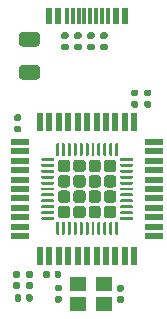
<source format=gbr>
G04 #@! TF.GenerationSoftware,KiCad,Pcbnew,(5.1.7)-1*
G04 #@! TF.CreationDate,2021-03-17T14:13:31-05:00*
G04 #@! TF.ProjectId,keyboard,6b657962-6f61-4726-942e-6b696361645f,rev?*
G04 #@! TF.SameCoordinates,Original*
G04 #@! TF.FileFunction,Paste,Top*
G04 #@! TF.FilePolarity,Positive*
%FSLAX46Y46*%
G04 Gerber Fmt 4.6, Leading zero omitted, Abs format (unit mm)*
G04 Created by KiCad (PCBNEW (5.1.7)-1) date 2021-03-17 14:13:31*
%MOMM*%
%LPD*%
G01*
G04 APERTURE LIST*
%ADD10R,0.550000X1.500000*%
%ADD11R,1.500000X0.550000*%
%ADD12R,1.400000X1.200000*%
%ADD13R,0.600000X1.450000*%
%ADD14R,0.300000X1.450000*%
G04 APERTURE END LIST*
D10*
X311977500Y-170877500D03*
X312777500Y-170877500D03*
X313577500Y-170877500D03*
X314377500Y-170877500D03*
X315177500Y-170877500D03*
X315977500Y-170877500D03*
X316777500Y-170877500D03*
X317577500Y-170877500D03*
X318377500Y-170877500D03*
X319177500Y-170877500D03*
X319977500Y-170877500D03*
D11*
X321677500Y-172577500D03*
X321677500Y-173377500D03*
X321677500Y-174177500D03*
X321677500Y-174977500D03*
X321677500Y-175777500D03*
X321677500Y-176577500D03*
X321677500Y-177377500D03*
X321677500Y-178177500D03*
X321677500Y-178977500D03*
X321677500Y-179777500D03*
X321677500Y-180577500D03*
D10*
X319977500Y-182277500D03*
X319177500Y-182277500D03*
X318377500Y-182277500D03*
X317577500Y-182277500D03*
X316777500Y-182277500D03*
X315977500Y-182277500D03*
X315177500Y-182277500D03*
X314377500Y-182277500D03*
X313577500Y-182277500D03*
X312777500Y-182277500D03*
X311977500Y-182277500D03*
D11*
X310277500Y-180577500D03*
X310277500Y-179777500D03*
X310277500Y-178977500D03*
X310277500Y-178177500D03*
X310277500Y-177377500D03*
X310277500Y-176577500D03*
X310277500Y-175777500D03*
X310277500Y-174977500D03*
X310277500Y-174177500D03*
X310277500Y-173377500D03*
X310277500Y-172577500D03*
G36*
G01*
X316470000Y-163880000D02*
X316130000Y-163880000D01*
G75*
G02*
X315990000Y-163740000I0J140000D01*
G01*
X315990000Y-163460000D01*
G75*
G02*
X316130000Y-163320000I140000J0D01*
G01*
X316470000Y-163320000D01*
G75*
G02*
X316610000Y-163460000I0J-140000D01*
G01*
X316610000Y-163740000D01*
G75*
G02*
X316470000Y-163880000I-140000J0D01*
G01*
G37*
G36*
G01*
X316470000Y-164840000D02*
X316130000Y-164840000D01*
G75*
G02*
X315990000Y-164700000I0J140000D01*
G01*
X315990000Y-164420000D01*
G75*
G02*
X316130000Y-164280000I140000J0D01*
G01*
X316470000Y-164280000D01*
G75*
G02*
X316610000Y-164420000I0J-140000D01*
G01*
X316610000Y-164700000D01*
G75*
G02*
X316470000Y-164840000I-140000J0D01*
G01*
G37*
G36*
G01*
X320930000Y-169120000D02*
X321270000Y-169120000D01*
G75*
G02*
X321410000Y-169260000I0J-140000D01*
G01*
X321410000Y-169540000D01*
G75*
G02*
X321270000Y-169680000I-140000J0D01*
G01*
X320930000Y-169680000D01*
G75*
G02*
X320790000Y-169540000I0J140000D01*
G01*
X320790000Y-169260000D01*
G75*
G02*
X320930000Y-169120000I140000J0D01*
G01*
G37*
G36*
G01*
X320930000Y-168160000D02*
X321270000Y-168160000D01*
G75*
G02*
X321410000Y-168300000I0J-140000D01*
G01*
X321410000Y-168580000D01*
G75*
G02*
X321270000Y-168720000I-140000J0D01*
G01*
X320930000Y-168720000D01*
G75*
G02*
X320790000Y-168580000I0J140000D01*
G01*
X320790000Y-168300000D01*
G75*
G02*
X320930000Y-168160000I140000J0D01*
G01*
G37*
G36*
G01*
X314270000Y-163880000D02*
X313930000Y-163880000D01*
G75*
G02*
X313790000Y-163740000I0J140000D01*
G01*
X313790000Y-163460000D01*
G75*
G02*
X313930000Y-163320000I140000J0D01*
G01*
X314270000Y-163320000D01*
G75*
G02*
X314410000Y-163460000I0J-140000D01*
G01*
X314410000Y-163740000D01*
G75*
G02*
X314270000Y-163880000I-140000J0D01*
G01*
G37*
G36*
G01*
X314270000Y-164840000D02*
X313930000Y-164840000D01*
G75*
G02*
X313790000Y-164700000I0J140000D01*
G01*
X313790000Y-164420000D01*
G75*
G02*
X313930000Y-164280000I140000J0D01*
G01*
X314270000Y-164280000D01*
G75*
G02*
X314410000Y-164420000I0J-140000D01*
G01*
X314410000Y-164700000D01*
G75*
G02*
X314270000Y-164840000I-140000J0D01*
G01*
G37*
G36*
G01*
X315370000Y-163880000D02*
X315030000Y-163880000D01*
G75*
G02*
X314890000Y-163740000I0J140000D01*
G01*
X314890000Y-163460000D01*
G75*
G02*
X315030000Y-163320000I140000J0D01*
G01*
X315370000Y-163320000D01*
G75*
G02*
X315510000Y-163460000I0J-140000D01*
G01*
X315510000Y-163740000D01*
G75*
G02*
X315370000Y-163880000I-140000J0D01*
G01*
G37*
G36*
G01*
X315370000Y-164840000D02*
X315030000Y-164840000D01*
G75*
G02*
X314890000Y-164700000I0J140000D01*
G01*
X314890000Y-164420000D01*
G75*
G02*
X315030000Y-164280000I140000J0D01*
G01*
X315370000Y-164280000D01*
G75*
G02*
X315510000Y-164420000I0J-140000D01*
G01*
X315510000Y-164700000D01*
G75*
G02*
X315370000Y-164840000I-140000J0D01*
G01*
G37*
G36*
G01*
X317570000Y-163880000D02*
X317230000Y-163880000D01*
G75*
G02*
X317090000Y-163740000I0J140000D01*
G01*
X317090000Y-163460000D01*
G75*
G02*
X317230000Y-163320000I140000J0D01*
G01*
X317570000Y-163320000D01*
G75*
G02*
X317710000Y-163460000I0J-140000D01*
G01*
X317710000Y-163740000D01*
G75*
G02*
X317570000Y-163880000I-140000J0D01*
G01*
G37*
G36*
G01*
X317570000Y-164840000D02*
X317230000Y-164840000D01*
G75*
G02*
X317090000Y-164700000I0J140000D01*
G01*
X317090000Y-164420000D01*
G75*
G02*
X317230000Y-164280000I140000J0D01*
G01*
X317570000Y-164280000D01*
G75*
G02*
X317710000Y-164420000I0J-140000D01*
G01*
X317710000Y-164700000D01*
G75*
G02*
X317570000Y-164840000I-140000J0D01*
G01*
G37*
G36*
G01*
X310800000Y-185970000D02*
X310800000Y-185630000D01*
G75*
G02*
X310940000Y-185490000I140000J0D01*
G01*
X311220000Y-185490000D01*
G75*
G02*
X311360000Y-185630000I0J-140000D01*
G01*
X311360000Y-185970000D01*
G75*
G02*
X311220000Y-186110000I-140000J0D01*
G01*
X310940000Y-186110000D01*
G75*
G02*
X310800000Y-185970000I0J140000D01*
G01*
G37*
G36*
G01*
X309840000Y-185970000D02*
X309840000Y-185630000D01*
G75*
G02*
X309980000Y-185490000I140000J0D01*
G01*
X310260000Y-185490000D01*
G75*
G02*
X310400000Y-185630000I0J-140000D01*
G01*
X310400000Y-185970000D01*
G75*
G02*
X310260000Y-186110000I-140000J0D01*
G01*
X309980000Y-186110000D01*
G75*
G02*
X309840000Y-185970000I0J140000D01*
G01*
G37*
G36*
G01*
X309830000Y-184480000D02*
X310170000Y-184480000D01*
G75*
G02*
X310310000Y-184620000I0J-140000D01*
G01*
X310310000Y-184900000D01*
G75*
G02*
X310170000Y-185040000I-140000J0D01*
G01*
X309830000Y-185040000D01*
G75*
G02*
X309690000Y-184900000I0J140000D01*
G01*
X309690000Y-184620000D01*
G75*
G02*
X309830000Y-184480000I140000J0D01*
G01*
G37*
G36*
G01*
X309830000Y-183520000D02*
X310170000Y-183520000D01*
G75*
G02*
X310310000Y-183660000I0J-140000D01*
G01*
X310310000Y-183940000D01*
G75*
G02*
X310170000Y-184080000I-140000J0D01*
G01*
X309830000Y-184080000D01*
G75*
G02*
X309690000Y-183940000I0J140000D01*
G01*
X309690000Y-183660000D01*
G75*
G02*
X309830000Y-183520000I140000J0D01*
G01*
G37*
G36*
G01*
X310270000Y-170820000D02*
X309930000Y-170820000D01*
G75*
G02*
X309790000Y-170680000I0J140000D01*
G01*
X309790000Y-170400000D01*
G75*
G02*
X309930000Y-170260000I140000J0D01*
G01*
X310270000Y-170260000D01*
G75*
G02*
X310410000Y-170400000I0J-140000D01*
G01*
X310410000Y-170680000D01*
G75*
G02*
X310270000Y-170820000I-140000J0D01*
G01*
G37*
G36*
G01*
X310270000Y-171780000D02*
X309930000Y-171780000D01*
G75*
G02*
X309790000Y-171640000I0J140000D01*
G01*
X309790000Y-171360000D01*
G75*
G02*
X309930000Y-171220000I140000J0D01*
G01*
X310270000Y-171220000D01*
G75*
G02*
X310410000Y-171360000I0J-140000D01*
G01*
X310410000Y-171640000D01*
G75*
G02*
X310270000Y-171780000I-140000J0D01*
G01*
G37*
G36*
G01*
X312820000Y-183630000D02*
X312820000Y-183970000D01*
G75*
G02*
X312680000Y-184110000I-140000J0D01*
G01*
X312400000Y-184110000D01*
G75*
G02*
X312260000Y-183970000I0J140000D01*
G01*
X312260000Y-183630000D01*
G75*
G02*
X312400000Y-183490000I140000J0D01*
G01*
X312680000Y-183490000D01*
G75*
G02*
X312820000Y-183630000I0J-140000D01*
G01*
G37*
G36*
G01*
X313780000Y-183630000D02*
X313780000Y-183970000D01*
G75*
G02*
X313640000Y-184110000I-140000J0D01*
G01*
X313360000Y-184110000D01*
G75*
G02*
X313220000Y-183970000I0J140000D01*
G01*
X313220000Y-183630000D01*
G75*
G02*
X313360000Y-183490000I140000J0D01*
G01*
X313640000Y-183490000D01*
G75*
G02*
X313780000Y-183630000I0J-140000D01*
G01*
G37*
G36*
G01*
X320170000Y-168720000D02*
X319830000Y-168720000D01*
G75*
G02*
X319690000Y-168580000I0J140000D01*
G01*
X319690000Y-168300000D01*
G75*
G02*
X319830000Y-168160000I140000J0D01*
G01*
X320170000Y-168160000D01*
G75*
G02*
X320310000Y-168300000I0J-140000D01*
G01*
X320310000Y-168580000D01*
G75*
G02*
X320170000Y-168720000I-140000J0D01*
G01*
G37*
G36*
G01*
X320170000Y-169680000D02*
X319830000Y-169680000D01*
G75*
G02*
X319690000Y-169540000I0J140000D01*
G01*
X319690000Y-169260000D01*
G75*
G02*
X319830000Y-169120000I140000J0D01*
G01*
X320170000Y-169120000D01*
G75*
G02*
X320310000Y-169260000I0J-140000D01*
G01*
X320310000Y-169540000D01*
G75*
G02*
X320170000Y-169680000I-140000J0D01*
G01*
G37*
G36*
G01*
X310930000Y-184480000D02*
X311270000Y-184480000D01*
G75*
G02*
X311410000Y-184620000I0J-140000D01*
G01*
X311410000Y-184900000D01*
G75*
G02*
X311270000Y-185040000I-140000J0D01*
G01*
X310930000Y-185040000D01*
G75*
G02*
X310790000Y-184900000I0J140000D01*
G01*
X310790000Y-184620000D01*
G75*
G02*
X310930000Y-184480000I140000J0D01*
G01*
G37*
G36*
G01*
X310930000Y-183520000D02*
X311270000Y-183520000D01*
G75*
G02*
X311410000Y-183660000I0J-140000D01*
G01*
X311410000Y-183940000D01*
G75*
G02*
X311270000Y-184080000I-140000J0D01*
G01*
X310930000Y-184080000D01*
G75*
G02*
X310790000Y-183940000I0J140000D01*
G01*
X310790000Y-183660000D01*
G75*
G02*
X310930000Y-183520000I140000J0D01*
G01*
G37*
G36*
G01*
X313720000Y-185230000D02*
X313380000Y-185230000D01*
G75*
G02*
X313240000Y-185090000I0J140000D01*
G01*
X313240000Y-184810000D01*
G75*
G02*
X313380000Y-184670000I140000J0D01*
G01*
X313720000Y-184670000D01*
G75*
G02*
X313860000Y-184810000I0J-140000D01*
G01*
X313860000Y-185090000D01*
G75*
G02*
X313720000Y-185230000I-140000J0D01*
G01*
G37*
G36*
G01*
X313720000Y-186190000D02*
X313380000Y-186190000D01*
G75*
G02*
X313240000Y-186050000I0J140000D01*
G01*
X313240000Y-185770000D01*
G75*
G02*
X313380000Y-185630000I140000J0D01*
G01*
X313720000Y-185630000D01*
G75*
G02*
X313860000Y-185770000I0J-140000D01*
G01*
X313860000Y-186050000D01*
G75*
G02*
X313720000Y-186190000I-140000J0D01*
G01*
G37*
G36*
G01*
X318630000Y-185660000D02*
X318970000Y-185660000D01*
G75*
G02*
X319110000Y-185800000I0J-140000D01*
G01*
X319110000Y-186080000D01*
G75*
G02*
X318970000Y-186220000I-140000J0D01*
G01*
X318630000Y-186220000D01*
G75*
G02*
X318490000Y-186080000I0J140000D01*
G01*
X318490000Y-185800000D01*
G75*
G02*
X318630000Y-185660000I140000J0D01*
G01*
G37*
G36*
G01*
X318630000Y-184700000D02*
X318970000Y-184700000D01*
G75*
G02*
X319110000Y-184840000I0J-140000D01*
G01*
X319110000Y-185120000D01*
G75*
G02*
X318970000Y-185260000I-140000J0D01*
G01*
X318630000Y-185260000D01*
G75*
G02*
X318490000Y-185120000I0J140000D01*
G01*
X318490000Y-184840000D01*
G75*
G02*
X318630000Y-184700000I140000J0D01*
G01*
G37*
G36*
G01*
X317402500Y-178802501D02*
X317402500Y-178252499D01*
G75*
G02*
X317652499Y-178002500I249999J0D01*
G01*
X318202501Y-178002500D01*
G75*
G02*
X318452500Y-178252499I0J-249999D01*
G01*
X318452500Y-178802501D01*
G75*
G02*
X318202501Y-179052500I-249999J0D01*
G01*
X317652499Y-179052500D01*
G75*
G02*
X317402500Y-178802501I0J249999D01*
G01*
G37*
G36*
G01*
X317402500Y-177502501D02*
X317402500Y-176952499D01*
G75*
G02*
X317652499Y-176702500I249999J0D01*
G01*
X318202501Y-176702500D01*
G75*
G02*
X318452500Y-176952499I0J-249999D01*
G01*
X318452500Y-177502501D01*
G75*
G02*
X318202501Y-177752500I-249999J0D01*
G01*
X317652499Y-177752500D01*
G75*
G02*
X317402500Y-177502501I0J249999D01*
G01*
G37*
G36*
G01*
X317402500Y-176202501D02*
X317402500Y-175652499D01*
G75*
G02*
X317652499Y-175402500I249999J0D01*
G01*
X318202501Y-175402500D01*
G75*
G02*
X318452500Y-175652499I0J-249999D01*
G01*
X318452500Y-176202501D01*
G75*
G02*
X318202501Y-176452500I-249999J0D01*
G01*
X317652499Y-176452500D01*
G75*
G02*
X317402500Y-176202501I0J249999D01*
G01*
G37*
G36*
G01*
X317402500Y-174902501D02*
X317402500Y-174352499D01*
G75*
G02*
X317652499Y-174102500I249999J0D01*
G01*
X318202501Y-174102500D01*
G75*
G02*
X318452500Y-174352499I0J-249999D01*
G01*
X318452500Y-174902501D01*
G75*
G02*
X318202501Y-175152500I-249999J0D01*
G01*
X317652499Y-175152500D01*
G75*
G02*
X317402500Y-174902501I0J249999D01*
G01*
G37*
G36*
G01*
X316102500Y-178802501D02*
X316102500Y-178252499D01*
G75*
G02*
X316352499Y-178002500I249999J0D01*
G01*
X316902501Y-178002500D01*
G75*
G02*
X317152500Y-178252499I0J-249999D01*
G01*
X317152500Y-178802501D01*
G75*
G02*
X316902501Y-179052500I-249999J0D01*
G01*
X316352499Y-179052500D01*
G75*
G02*
X316102500Y-178802501I0J249999D01*
G01*
G37*
G36*
G01*
X316102500Y-177502501D02*
X316102500Y-176952499D01*
G75*
G02*
X316352499Y-176702500I249999J0D01*
G01*
X316902501Y-176702500D01*
G75*
G02*
X317152500Y-176952499I0J-249999D01*
G01*
X317152500Y-177502501D01*
G75*
G02*
X316902501Y-177752500I-249999J0D01*
G01*
X316352499Y-177752500D01*
G75*
G02*
X316102500Y-177502501I0J249999D01*
G01*
G37*
G36*
G01*
X316102500Y-176202501D02*
X316102500Y-175652499D01*
G75*
G02*
X316352499Y-175402500I249999J0D01*
G01*
X316902501Y-175402500D01*
G75*
G02*
X317152500Y-175652499I0J-249999D01*
G01*
X317152500Y-176202501D01*
G75*
G02*
X316902501Y-176452500I-249999J0D01*
G01*
X316352499Y-176452500D01*
G75*
G02*
X316102500Y-176202501I0J249999D01*
G01*
G37*
G36*
G01*
X316102500Y-174902501D02*
X316102500Y-174352499D01*
G75*
G02*
X316352499Y-174102500I249999J0D01*
G01*
X316902501Y-174102500D01*
G75*
G02*
X317152500Y-174352499I0J-249999D01*
G01*
X317152500Y-174902501D01*
G75*
G02*
X316902501Y-175152500I-249999J0D01*
G01*
X316352499Y-175152500D01*
G75*
G02*
X316102500Y-174902501I0J249999D01*
G01*
G37*
G36*
G01*
X314802500Y-178802501D02*
X314802500Y-178252499D01*
G75*
G02*
X315052499Y-178002500I249999J0D01*
G01*
X315602501Y-178002500D01*
G75*
G02*
X315852500Y-178252499I0J-249999D01*
G01*
X315852500Y-178802501D01*
G75*
G02*
X315602501Y-179052500I-249999J0D01*
G01*
X315052499Y-179052500D01*
G75*
G02*
X314802500Y-178802501I0J249999D01*
G01*
G37*
G36*
G01*
X314802500Y-177502501D02*
X314802500Y-176952499D01*
G75*
G02*
X315052499Y-176702500I249999J0D01*
G01*
X315602501Y-176702500D01*
G75*
G02*
X315852500Y-176952499I0J-249999D01*
G01*
X315852500Y-177502501D01*
G75*
G02*
X315602501Y-177752500I-249999J0D01*
G01*
X315052499Y-177752500D01*
G75*
G02*
X314802500Y-177502501I0J249999D01*
G01*
G37*
G36*
G01*
X314802500Y-176202501D02*
X314802500Y-175652499D01*
G75*
G02*
X315052499Y-175402500I249999J0D01*
G01*
X315602501Y-175402500D01*
G75*
G02*
X315852500Y-175652499I0J-249999D01*
G01*
X315852500Y-176202501D01*
G75*
G02*
X315602501Y-176452500I-249999J0D01*
G01*
X315052499Y-176452500D01*
G75*
G02*
X314802500Y-176202501I0J249999D01*
G01*
G37*
G36*
G01*
X314802500Y-174902501D02*
X314802500Y-174352499D01*
G75*
G02*
X315052499Y-174102500I249999J0D01*
G01*
X315602501Y-174102500D01*
G75*
G02*
X315852500Y-174352499I0J-249999D01*
G01*
X315852500Y-174902501D01*
G75*
G02*
X315602501Y-175152500I-249999J0D01*
G01*
X315052499Y-175152500D01*
G75*
G02*
X314802500Y-174902501I0J249999D01*
G01*
G37*
G36*
G01*
X313502500Y-178802501D02*
X313502500Y-178252499D01*
G75*
G02*
X313752499Y-178002500I249999J0D01*
G01*
X314302501Y-178002500D01*
G75*
G02*
X314552500Y-178252499I0J-249999D01*
G01*
X314552500Y-178802501D01*
G75*
G02*
X314302501Y-179052500I-249999J0D01*
G01*
X313752499Y-179052500D01*
G75*
G02*
X313502500Y-178802501I0J249999D01*
G01*
G37*
G36*
G01*
X313502500Y-177502501D02*
X313502500Y-176952499D01*
G75*
G02*
X313752499Y-176702500I249999J0D01*
G01*
X314302501Y-176702500D01*
G75*
G02*
X314552500Y-176952499I0J-249999D01*
G01*
X314552500Y-177502501D01*
G75*
G02*
X314302501Y-177752500I-249999J0D01*
G01*
X313752499Y-177752500D01*
G75*
G02*
X313502500Y-177502501I0J249999D01*
G01*
G37*
G36*
G01*
X313502500Y-176202501D02*
X313502500Y-175652499D01*
G75*
G02*
X313752499Y-175402500I249999J0D01*
G01*
X314302501Y-175402500D01*
G75*
G02*
X314552500Y-175652499I0J-249999D01*
G01*
X314552500Y-176202501D01*
G75*
G02*
X314302501Y-176452500I-249999J0D01*
G01*
X313752499Y-176452500D01*
G75*
G02*
X313502500Y-176202501I0J249999D01*
G01*
G37*
G36*
G01*
X313502500Y-174902501D02*
X313502500Y-174352499D01*
G75*
G02*
X313752499Y-174102500I249999J0D01*
G01*
X314302501Y-174102500D01*
G75*
G02*
X314552500Y-174352499I0J-249999D01*
G01*
X314552500Y-174902501D01*
G75*
G02*
X314302501Y-175152500I-249999J0D01*
G01*
X313752499Y-175152500D01*
G75*
G02*
X313502500Y-174902501I0J249999D01*
G01*
G37*
G36*
G01*
X313352500Y-173715000D02*
X313352500Y-172765000D01*
G75*
G02*
X313415000Y-172702500I62500J0D01*
G01*
X313540000Y-172702500D01*
G75*
G02*
X313602500Y-172765000I0J-62500D01*
G01*
X313602500Y-173715000D01*
G75*
G02*
X313540000Y-173777500I-62500J0D01*
G01*
X313415000Y-173777500D01*
G75*
G02*
X313352500Y-173715000I0J62500D01*
G01*
G37*
G36*
G01*
X313852500Y-173715000D02*
X313852500Y-172765000D01*
G75*
G02*
X313915000Y-172702500I62500J0D01*
G01*
X314040000Y-172702500D01*
G75*
G02*
X314102500Y-172765000I0J-62500D01*
G01*
X314102500Y-173715000D01*
G75*
G02*
X314040000Y-173777500I-62500J0D01*
G01*
X313915000Y-173777500D01*
G75*
G02*
X313852500Y-173715000I0J62500D01*
G01*
G37*
G36*
G01*
X314352500Y-173715000D02*
X314352500Y-172765000D01*
G75*
G02*
X314415000Y-172702500I62500J0D01*
G01*
X314540000Y-172702500D01*
G75*
G02*
X314602500Y-172765000I0J-62500D01*
G01*
X314602500Y-173715000D01*
G75*
G02*
X314540000Y-173777500I-62500J0D01*
G01*
X314415000Y-173777500D01*
G75*
G02*
X314352500Y-173715000I0J62500D01*
G01*
G37*
G36*
G01*
X314852500Y-173715000D02*
X314852500Y-172765000D01*
G75*
G02*
X314915000Y-172702500I62500J0D01*
G01*
X315040000Y-172702500D01*
G75*
G02*
X315102500Y-172765000I0J-62500D01*
G01*
X315102500Y-173715000D01*
G75*
G02*
X315040000Y-173777500I-62500J0D01*
G01*
X314915000Y-173777500D01*
G75*
G02*
X314852500Y-173715000I0J62500D01*
G01*
G37*
G36*
G01*
X315352500Y-173715000D02*
X315352500Y-172765000D01*
G75*
G02*
X315415000Y-172702500I62500J0D01*
G01*
X315540000Y-172702500D01*
G75*
G02*
X315602500Y-172765000I0J-62500D01*
G01*
X315602500Y-173715000D01*
G75*
G02*
X315540000Y-173777500I-62500J0D01*
G01*
X315415000Y-173777500D01*
G75*
G02*
X315352500Y-173715000I0J62500D01*
G01*
G37*
G36*
G01*
X315852500Y-173715000D02*
X315852500Y-172765000D01*
G75*
G02*
X315915000Y-172702500I62500J0D01*
G01*
X316040000Y-172702500D01*
G75*
G02*
X316102500Y-172765000I0J-62500D01*
G01*
X316102500Y-173715000D01*
G75*
G02*
X316040000Y-173777500I-62500J0D01*
G01*
X315915000Y-173777500D01*
G75*
G02*
X315852500Y-173715000I0J62500D01*
G01*
G37*
G36*
G01*
X316352500Y-173715000D02*
X316352500Y-172765000D01*
G75*
G02*
X316415000Y-172702500I62500J0D01*
G01*
X316540000Y-172702500D01*
G75*
G02*
X316602500Y-172765000I0J-62500D01*
G01*
X316602500Y-173715000D01*
G75*
G02*
X316540000Y-173777500I-62500J0D01*
G01*
X316415000Y-173777500D01*
G75*
G02*
X316352500Y-173715000I0J62500D01*
G01*
G37*
G36*
G01*
X316852500Y-173715000D02*
X316852500Y-172765000D01*
G75*
G02*
X316915000Y-172702500I62500J0D01*
G01*
X317040000Y-172702500D01*
G75*
G02*
X317102500Y-172765000I0J-62500D01*
G01*
X317102500Y-173715000D01*
G75*
G02*
X317040000Y-173777500I-62500J0D01*
G01*
X316915000Y-173777500D01*
G75*
G02*
X316852500Y-173715000I0J62500D01*
G01*
G37*
G36*
G01*
X317352500Y-173715000D02*
X317352500Y-172765000D01*
G75*
G02*
X317415000Y-172702500I62500J0D01*
G01*
X317540000Y-172702500D01*
G75*
G02*
X317602500Y-172765000I0J-62500D01*
G01*
X317602500Y-173715000D01*
G75*
G02*
X317540000Y-173777500I-62500J0D01*
G01*
X317415000Y-173777500D01*
G75*
G02*
X317352500Y-173715000I0J62500D01*
G01*
G37*
G36*
G01*
X317852500Y-173715000D02*
X317852500Y-172765000D01*
G75*
G02*
X317915000Y-172702500I62500J0D01*
G01*
X318040000Y-172702500D01*
G75*
G02*
X318102500Y-172765000I0J-62500D01*
G01*
X318102500Y-173715000D01*
G75*
G02*
X318040000Y-173777500I-62500J0D01*
G01*
X317915000Y-173777500D01*
G75*
G02*
X317852500Y-173715000I0J62500D01*
G01*
G37*
G36*
G01*
X318352500Y-173715000D02*
X318352500Y-172765000D01*
G75*
G02*
X318415000Y-172702500I62500J0D01*
G01*
X318540000Y-172702500D01*
G75*
G02*
X318602500Y-172765000I0J-62500D01*
G01*
X318602500Y-173715000D01*
G75*
G02*
X318540000Y-173777500I-62500J0D01*
G01*
X318415000Y-173777500D01*
G75*
G02*
X318352500Y-173715000I0J62500D01*
G01*
G37*
G36*
G01*
X318777500Y-174140000D02*
X318777500Y-174015000D01*
G75*
G02*
X318840000Y-173952500I62500J0D01*
G01*
X319790000Y-173952500D01*
G75*
G02*
X319852500Y-174015000I0J-62500D01*
G01*
X319852500Y-174140000D01*
G75*
G02*
X319790000Y-174202500I-62500J0D01*
G01*
X318840000Y-174202500D01*
G75*
G02*
X318777500Y-174140000I0J62500D01*
G01*
G37*
G36*
G01*
X318777500Y-174640000D02*
X318777500Y-174515000D01*
G75*
G02*
X318840000Y-174452500I62500J0D01*
G01*
X319790000Y-174452500D01*
G75*
G02*
X319852500Y-174515000I0J-62500D01*
G01*
X319852500Y-174640000D01*
G75*
G02*
X319790000Y-174702500I-62500J0D01*
G01*
X318840000Y-174702500D01*
G75*
G02*
X318777500Y-174640000I0J62500D01*
G01*
G37*
G36*
G01*
X318777500Y-175140000D02*
X318777500Y-175015000D01*
G75*
G02*
X318840000Y-174952500I62500J0D01*
G01*
X319790000Y-174952500D01*
G75*
G02*
X319852500Y-175015000I0J-62500D01*
G01*
X319852500Y-175140000D01*
G75*
G02*
X319790000Y-175202500I-62500J0D01*
G01*
X318840000Y-175202500D01*
G75*
G02*
X318777500Y-175140000I0J62500D01*
G01*
G37*
G36*
G01*
X318777500Y-175640000D02*
X318777500Y-175515000D01*
G75*
G02*
X318840000Y-175452500I62500J0D01*
G01*
X319790000Y-175452500D01*
G75*
G02*
X319852500Y-175515000I0J-62500D01*
G01*
X319852500Y-175640000D01*
G75*
G02*
X319790000Y-175702500I-62500J0D01*
G01*
X318840000Y-175702500D01*
G75*
G02*
X318777500Y-175640000I0J62500D01*
G01*
G37*
G36*
G01*
X318777500Y-176140000D02*
X318777500Y-176015000D01*
G75*
G02*
X318840000Y-175952500I62500J0D01*
G01*
X319790000Y-175952500D01*
G75*
G02*
X319852500Y-176015000I0J-62500D01*
G01*
X319852500Y-176140000D01*
G75*
G02*
X319790000Y-176202500I-62500J0D01*
G01*
X318840000Y-176202500D01*
G75*
G02*
X318777500Y-176140000I0J62500D01*
G01*
G37*
G36*
G01*
X318777500Y-176640000D02*
X318777500Y-176515000D01*
G75*
G02*
X318840000Y-176452500I62500J0D01*
G01*
X319790000Y-176452500D01*
G75*
G02*
X319852500Y-176515000I0J-62500D01*
G01*
X319852500Y-176640000D01*
G75*
G02*
X319790000Y-176702500I-62500J0D01*
G01*
X318840000Y-176702500D01*
G75*
G02*
X318777500Y-176640000I0J62500D01*
G01*
G37*
G36*
G01*
X318777500Y-177140000D02*
X318777500Y-177015000D01*
G75*
G02*
X318840000Y-176952500I62500J0D01*
G01*
X319790000Y-176952500D01*
G75*
G02*
X319852500Y-177015000I0J-62500D01*
G01*
X319852500Y-177140000D01*
G75*
G02*
X319790000Y-177202500I-62500J0D01*
G01*
X318840000Y-177202500D01*
G75*
G02*
X318777500Y-177140000I0J62500D01*
G01*
G37*
G36*
G01*
X318777500Y-177640000D02*
X318777500Y-177515000D01*
G75*
G02*
X318840000Y-177452500I62500J0D01*
G01*
X319790000Y-177452500D01*
G75*
G02*
X319852500Y-177515000I0J-62500D01*
G01*
X319852500Y-177640000D01*
G75*
G02*
X319790000Y-177702500I-62500J0D01*
G01*
X318840000Y-177702500D01*
G75*
G02*
X318777500Y-177640000I0J62500D01*
G01*
G37*
G36*
G01*
X318777500Y-178140000D02*
X318777500Y-178015000D01*
G75*
G02*
X318840000Y-177952500I62500J0D01*
G01*
X319790000Y-177952500D01*
G75*
G02*
X319852500Y-178015000I0J-62500D01*
G01*
X319852500Y-178140000D01*
G75*
G02*
X319790000Y-178202500I-62500J0D01*
G01*
X318840000Y-178202500D01*
G75*
G02*
X318777500Y-178140000I0J62500D01*
G01*
G37*
G36*
G01*
X318777500Y-178640000D02*
X318777500Y-178515000D01*
G75*
G02*
X318840000Y-178452500I62500J0D01*
G01*
X319790000Y-178452500D01*
G75*
G02*
X319852500Y-178515000I0J-62500D01*
G01*
X319852500Y-178640000D01*
G75*
G02*
X319790000Y-178702500I-62500J0D01*
G01*
X318840000Y-178702500D01*
G75*
G02*
X318777500Y-178640000I0J62500D01*
G01*
G37*
G36*
G01*
X318777500Y-179140000D02*
X318777500Y-179015000D01*
G75*
G02*
X318840000Y-178952500I62500J0D01*
G01*
X319790000Y-178952500D01*
G75*
G02*
X319852500Y-179015000I0J-62500D01*
G01*
X319852500Y-179140000D01*
G75*
G02*
X319790000Y-179202500I-62500J0D01*
G01*
X318840000Y-179202500D01*
G75*
G02*
X318777500Y-179140000I0J62500D01*
G01*
G37*
G36*
G01*
X318352500Y-180390000D02*
X318352500Y-179440000D01*
G75*
G02*
X318415000Y-179377500I62500J0D01*
G01*
X318540000Y-179377500D01*
G75*
G02*
X318602500Y-179440000I0J-62500D01*
G01*
X318602500Y-180390000D01*
G75*
G02*
X318540000Y-180452500I-62500J0D01*
G01*
X318415000Y-180452500D01*
G75*
G02*
X318352500Y-180390000I0J62500D01*
G01*
G37*
G36*
G01*
X317852500Y-180390000D02*
X317852500Y-179440000D01*
G75*
G02*
X317915000Y-179377500I62500J0D01*
G01*
X318040000Y-179377500D01*
G75*
G02*
X318102500Y-179440000I0J-62500D01*
G01*
X318102500Y-180390000D01*
G75*
G02*
X318040000Y-180452500I-62500J0D01*
G01*
X317915000Y-180452500D01*
G75*
G02*
X317852500Y-180390000I0J62500D01*
G01*
G37*
G36*
G01*
X317352500Y-180390000D02*
X317352500Y-179440000D01*
G75*
G02*
X317415000Y-179377500I62500J0D01*
G01*
X317540000Y-179377500D01*
G75*
G02*
X317602500Y-179440000I0J-62500D01*
G01*
X317602500Y-180390000D01*
G75*
G02*
X317540000Y-180452500I-62500J0D01*
G01*
X317415000Y-180452500D01*
G75*
G02*
X317352500Y-180390000I0J62500D01*
G01*
G37*
G36*
G01*
X316852500Y-180390000D02*
X316852500Y-179440000D01*
G75*
G02*
X316915000Y-179377500I62500J0D01*
G01*
X317040000Y-179377500D01*
G75*
G02*
X317102500Y-179440000I0J-62500D01*
G01*
X317102500Y-180390000D01*
G75*
G02*
X317040000Y-180452500I-62500J0D01*
G01*
X316915000Y-180452500D01*
G75*
G02*
X316852500Y-180390000I0J62500D01*
G01*
G37*
G36*
G01*
X316352500Y-180390000D02*
X316352500Y-179440000D01*
G75*
G02*
X316415000Y-179377500I62500J0D01*
G01*
X316540000Y-179377500D01*
G75*
G02*
X316602500Y-179440000I0J-62500D01*
G01*
X316602500Y-180390000D01*
G75*
G02*
X316540000Y-180452500I-62500J0D01*
G01*
X316415000Y-180452500D01*
G75*
G02*
X316352500Y-180390000I0J62500D01*
G01*
G37*
G36*
G01*
X315852500Y-180390000D02*
X315852500Y-179440000D01*
G75*
G02*
X315915000Y-179377500I62500J0D01*
G01*
X316040000Y-179377500D01*
G75*
G02*
X316102500Y-179440000I0J-62500D01*
G01*
X316102500Y-180390000D01*
G75*
G02*
X316040000Y-180452500I-62500J0D01*
G01*
X315915000Y-180452500D01*
G75*
G02*
X315852500Y-180390000I0J62500D01*
G01*
G37*
G36*
G01*
X315352500Y-180390000D02*
X315352500Y-179440000D01*
G75*
G02*
X315415000Y-179377500I62500J0D01*
G01*
X315540000Y-179377500D01*
G75*
G02*
X315602500Y-179440000I0J-62500D01*
G01*
X315602500Y-180390000D01*
G75*
G02*
X315540000Y-180452500I-62500J0D01*
G01*
X315415000Y-180452500D01*
G75*
G02*
X315352500Y-180390000I0J62500D01*
G01*
G37*
G36*
G01*
X314852500Y-180390000D02*
X314852500Y-179440000D01*
G75*
G02*
X314915000Y-179377500I62500J0D01*
G01*
X315040000Y-179377500D01*
G75*
G02*
X315102500Y-179440000I0J-62500D01*
G01*
X315102500Y-180390000D01*
G75*
G02*
X315040000Y-180452500I-62500J0D01*
G01*
X314915000Y-180452500D01*
G75*
G02*
X314852500Y-180390000I0J62500D01*
G01*
G37*
G36*
G01*
X314352500Y-180390000D02*
X314352500Y-179440000D01*
G75*
G02*
X314415000Y-179377500I62500J0D01*
G01*
X314540000Y-179377500D01*
G75*
G02*
X314602500Y-179440000I0J-62500D01*
G01*
X314602500Y-180390000D01*
G75*
G02*
X314540000Y-180452500I-62500J0D01*
G01*
X314415000Y-180452500D01*
G75*
G02*
X314352500Y-180390000I0J62500D01*
G01*
G37*
G36*
G01*
X313852500Y-180390000D02*
X313852500Y-179440000D01*
G75*
G02*
X313915000Y-179377500I62500J0D01*
G01*
X314040000Y-179377500D01*
G75*
G02*
X314102500Y-179440000I0J-62500D01*
G01*
X314102500Y-180390000D01*
G75*
G02*
X314040000Y-180452500I-62500J0D01*
G01*
X313915000Y-180452500D01*
G75*
G02*
X313852500Y-180390000I0J62500D01*
G01*
G37*
G36*
G01*
X313352500Y-180390000D02*
X313352500Y-179440000D01*
G75*
G02*
X313415000Y-179377500I62500J0D01*
G01*
X313540000Y-179377500D01*
G75*
G02*
X313602500Y-179440000I0J-62500D01*
G01*
X313602500Y-180390000D01*
G75*
G02*
X313540000Y-180452500I-62500J0D01*
G01*
X313415000Y-180452500D01*
G75*
G02*
X313352500Y-180390000I0J62500D01*
G01*
G37*
G36*
G01*
X312102500Y-179140000D02*
X312102500Y-179015000D01*
G75*
G02*
X312165000Y-178952500I62500J0D01*
G01*
X313115000Y-178952500D01*
G75*
G02*
X313177500Y-179015000I0J-62500D01*
G01*
X313177500Y-179140000D01*
G75*
G02*
X313115000Y-179202500I-62500J0D01*
G01*
X312165000Y-179202500D01*
G75*
G02*
X312102500Y-179140000I0J62500D01*
G01*
G37*
G36*
G01*
X312102500Y-178640000D02*
X312102500Y-178515000D01*
G75*
G02*
X312165000Y-178452500I62500J0D01*
G01*
X313115000Y-178452500D01*
G75*
G02*
X313177500Y-178515000I0J-62500D01*
G01*
X313177500Y-178640000D01*
G75*
G02*
X313115000Y-178702500I-62500J0D01*
G01*
X312165000Y-178702500D01*
G75*
G02*
X312102500Y-178640000I0J62500D01*
G01*
G37*
G36*
G01*
X312102500Y-178140000D02*
X312102500Y-178015000D01*
G75*
G02*
X312165000Y-177952500I62500J0D01*
G01*
X313115000Y-177952500D01*
G75*
G02*
X313177500Y-178015000I0J-62500D01*
G01*
X313177500Y-178140000D01*
G75*
G02*
X313115000Y-178202500I-62500J0D01*
G01*
X312165000Y-178202500D01*
G75*
G02*
X312102500Y-178140000I0J62500D01*
G01*
G37*
G36*
G01*
X312102500Y-177640000D02*
X312102500Y-177515000D01*
G75*
G02*
X312165000Y-177452500I62500J0D01*
G01*
X313115000Y-177452500D01*
G75*
G02*
X313177500Y-177515000I0J-62500D01*
G01*
X313177500Y-177640000D01*
G75*
G02*
X313115000Y-177702500I-62500J0D01*
G01*
X312165000Y-177702500D01*
G75*
G02*
X312102500Y-177640000I0J62500D01*
G01*
G37*
G36*
G01*
X312102500Y-177140000D02*
X312102500Y-177015000D01*
G75*
G02*
X312165000Y-176952500I62500J0D01*
G01*
X313115000Y-176952500D01*
G75*
G02*
X313177500Y-177015000I0J-62500D01*
G01*
X313177500Y-177140000D01*
G75*
G02*
X313115000Y-177202500I-62500J0D01*
G01*
X312165000Y-177202500D01*
G75*
G02*
X312102500Y-177140000I0J62500D01*
G01*
G37*
G36*
G01*
X312102500Y-176640000D02*
X312102500Y-176515000D01*
G75*
G02*
X312165000Y-176452500I62500J0D01*
G01*
X313115000Y-176452500D01*
G75*
G02*
X313177500Y-176515000I0J-62500D01*
G01*
X313177500Y-176640000D01*
G75*
G02*
X313115000Y-176702500I-62500J0D01*
G01*
X312165000Y-176702500D01*
G75*
G02*
X312102500Y-176640000I0J62500D01*
G01*
G37*
G36*
G01*
X312102500Y-176140000D02*
X312102500Y-176015000D01*
G75*
G02*
X312165000Y-175952500I62500J0D01*
G01*
X313115000Y-175952500D01*
G75*
G02*
X313177500Y-176015000I0J-62500D01*
G01*
X313177500Y-176140000D01*
G75*
G02*
X313115000Y-176202500I-62500J0D01*
G01*
X312165000Y-176202500D01*
G75*
G02*
X312102500Y-176140000I0J62500D01*
G01*
G37*
G36*
G01*
X312102500Y-175640000D02*
X312102500Y-175515000D01*
G75*
G02*
X312165000Y-175452500I62500J0D01*
G01*
X313115000Y-175452500D01*
G75*
G02*
X313177500Y-175515000I0J-62500D01*
G01*
X313177500Y-175640000D01*
G75*
G02*
X313115000Y-175702500I-62500J0D01*
G01*
X312165000Y-175702500D01*
G75*
G02*
X312102500Y-175640000I0J62500D01*
G01*
G37*
G36*
G01*
X312102500Y-175140000D02*
X312102500Y-175015000D01*
G75*
G02*
X312165000Y-174952500I62500J0D01*
G01*
X313115000Y-174952500D01*
G75*
G02*
X313177500Y-175015000I0J-62500D01*
G01*
X313177500Y-175140000D01*
G75*
G02*
X313115000Y-175202500I-62500J0D01*
G01*
X312165000Y-175202500D01*
G75*
G02*
X312102500Y-175140000I0J62500D01*
G01*
G37*
G36*
G01*
X312102500Y-174640000D02*
X312102500Y-174515000D01*
G75*
G02*
X312165000Y-174452500I62500J0D01*
G01*
X313115000Y-174452500D01*
G75*
G02*
X313177500Y-174515000I0J-62500D01*
G01*
X313177500Y-174640000D01*
G75*
G02*
X313115000Y-174702500I-62500J0D01*
G01*
X312165000Y-174702500D01*
G75*
G02*
X312102500Y-174640000I0J62500D01*
G01*
G37*
G36*
G01*
X312102500Y-174140000D02*
X312102500Y-174015000D01*
G75*
G02*
X312165000Y-173952500I62500J0D01*
G01*
X313115000Y-173952500D01*
G75*
G02*
X313177500Y-174015000I0J-62500D01*
G01*
X313177500Y-174140000D01*
G75*
G02*
X313115000Y-174202500I-62500J0D01*
G01*
X312165000Y-174202500D01*
G75*
G02*
X312102500Y-174140000I0J62500D01*
G01*
G37*
D12*
X317370000Y-186340000D03*
X315170000Y-186340000D03*
X315170000Y-184640000D03*
X317370000Y-184640000D03*
D13*
X312775000Y-161895000D03*
X319225000Y-161895000D03*
X313550000Y-161895000D03*
X318450000Y-161895000D03*
D14*
X317750000Y-161895000D03*
X314250000Y-161895000D03*
X317250000Y-161895000D03*
X314750000Y-161895000D03*
X316750000Y-161895000D03*
X315250000Y-161895000D03*
X315750000Y-161895000D03*
X316250000Y-161895000D03*
G36*
G01*
X311725000Y-164525000D02*
X310475000Y-164525000D01*
G75*
G02*
X310225000Y-164275000I0J250000D01*
G01*
X310225000Y-163525000D01*
G75*
G02*
X310475000Y-163275000I250000J0D01*
G01*
X311725000Y-163275000D01*
G75*
G02*
X311975000Y-163525000I0J-250000D01*
G01*
X311975000Y-164275000D01*
G75*
G02*
X311725000Y-164525000I-250000J0D01*
G01*
G37*
G36*
G01*
X311725000Y-167325000D02*
X310475000Y-167325000D01*
G75*
G02*
X310225000Y-167075000I0J250000D01*
G01*
X310225000Y-166325000D01*
G75*
G02*
X310475000Y-166075000I250000J0D01*
G01*
X311725000Y-166075000D01*
G75*
G02*
X311975000Y-166325000I0J-250000D01*
G01*
X311975000Y-167075000D01*
G75*
G02*
X311725000Y-167325000I-250000J0D01*
G01*
G37*
M02*

</source>
